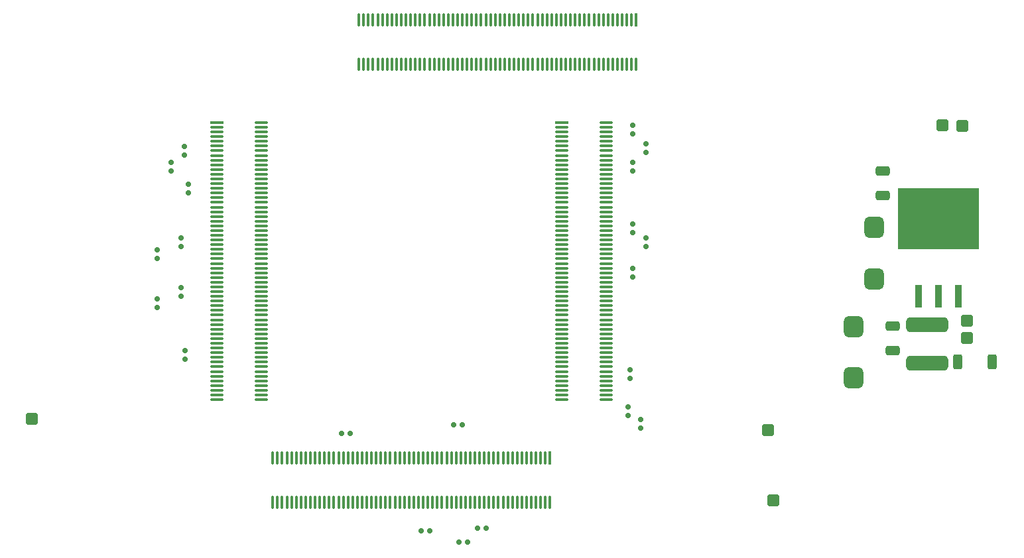
<source format=gtp>
G04*
G04 #@! TF.GenerationSoftware,Altium Limited,Altium Designer,18.0.12 (696)*
G04*
G04 Layer_Color=8421504*
%FSLAX43Y43*%
%MOMM*%
G71*
G01*
G75*
%ADD10O,0.350X1.700*%
%ADD11O,1.700X0.350*%
G04:AMPARAMS|DCode=12|XSize=0.6mm|YSize=0.65mm|CornerRadius=0.15mm|HoleSize=0mm|Usage=FLASHONLY|Rotation=90.000|XOffset=0mm|YOffset=0mm|HoleType=Round|Shape=RoundedRectangle|*
%AMROUNDEDRECTD12*
21,1,0.600,0.350,0,0,90.0*
21,1,0.300,0.650,0,0,90.0*
1,1,0.300,0.175,0.150*
1,1,0.300,0.175,-0.150*
1,1,0.300,-0.175,-0.150*
1,1,0.300,-0.175,0.150*
%
%ADD12ROUNDEDRECTD12*%
G04:AMPARAMS|DCode=13|XSize=1.5mm|YSize=1.5mm|CornerRadius=0.15mm|HoleSize=0mm|Usage=FLASHONLY|Rotation=90.000|XOffset=0mm|YOffset=0mm|HoleType=Round|Shape=RoundedRectangle|*
%AMROUNDEDRECTD13*
21,1,1.500,1.200,0,0,90.0*
21,1,1.200,1.500,0,0,90.0*
1,1,0.300,0.600,0.600*
1,1,0.300,0.600,-0.600*
1,1,0.300,-0.600,-0.600*
1,1,0.300,-0.600,0.600*
%
%ADD13ROUNDEDRECTD13*%
G04:AMPARAMS|DCode=14|XSize=1.5mm|YSize=1.5mm|CornerRadius=0.15mm|HoleSize=0mm|Usage=FLASHONLY|Rotation=0.000|XOffset=0mm|YOffset=0mm|HoleType=Round|Shape=RoundedRectangle|*
%AMROUNDEDRECTD14*
21,1,1.500,1.200,0,0,0.0*
21,1,1.200,1.500,0,0,0.0*
1,1,0.300,0.600,-0.600*
1,1,0.300,-0.600,-0.600*
1,1,0.300,-0.600,0.600*
1,1,0.300,0.600,0.600*
%
%ADD14ROUNDEDRECTD14*%
G04:AMPARAMS|DCode=15|XSize=1.2mm|YSize=1.8mm|CornerRadius=0.3mm|HoleSize=0mm|Usage=FLASHONLY|Rotation=270.000|XOffset=0mm|YOffset=0mm|HoleType=Round|Shape=RoundedRectangle|*
%AMROUNDEDRECTD15*
21,1,1.200,1.200,0,0,270.0*
21,1,0.600,1.800,0,0,270.0*
1,1,0.600,-0.600,-0.300*
1,1,0.600,-0.600,0.300*
1,1,0.600,0.600,0.300*
1,1,0.600,0.600,-0.300*
%
%ADD15ROUNDEDRECTD15*%
G04:AMPARAMS|DCode=16|XSize=2.7mm|YSize=2.5mm|CornerRadius=0.625mm|HoleSize=0mm|Usage=FLASHONLY|Rotation=270.000|XOffset=0mm|YOffset=0mm|HoleType=Round|Shape=RoundedRectangle|*
%AMROUNDEDRECTD16*
21,1,2.700,1.250,0,0,270.0*
21,1,1.450,2.500,0,0,270.0*
1,1,1.250,-0.625,-0.725*
1,1,1.250,-0.625,0.725*
1,1,1.250,0.625,0.725*
1,1,1.250,0.625,-0.725*
%
%ADD16ROUNDEDRECTD16*%
%ADD17R,10.350X7.900*%
%ADD18R,0.900X2.850*%
G04:AMPARAMS|DCode=19|XSize=5.35mm|YSize=1.9mm|CornerRadius=0.475mm|HoleSize=0mm|Usage=FLASHONLY|Rotation=180.000|XOffset=0mm|YOffset=0mm|HoleType=Round|Shape=RoundedRectangle|*
%AMROUNDEDRECTD19*
21,1,5.350,0.950,0,0,180.0*
21,1,4.400,1.900,0,0,180.0*
1,1,0.950,-2.200,0.475*
1,1,0.950,2.200,0.475*
1,1,0.950,2.200,-0.475*
1,1,0.950,-2.200,-0.475*
%
%ADD19ROUNDEDRECTD19*%
G04:AMPARAMS|DCode=20|XSize=1.9mm|YSize=1.2mm|CornerRadius=0.3mm|HoleSize=0mm|Usage=FLASHONLY|Rotation=90.000|XOffset=0mm|YOffset=0mm|HoleType=Round|Shape=RoundedRectangle|*
%AMROUNDEDRECTD20*
21,1,1.900,0.600,0,0,90.0*
21,1,1.300,1.200,0,0,90.0*
1,1,0.600,0.300,0.650*
1,1,0.600,0.300,-0.650*
1,1,0.600,-0.300,-0.650*
1,1,0.600,-0.300,0.650*
%
%ADD20ROUNDEDRECTD20*%
G04:AMPARAMS|DCode=21|XSize=0.6mm|YSize=0.65mm|CornerRadius=0.15mm|HoleSize=0mm|Usage=FLASHONLY|Rotation=0.000|XOffset=0mm|YOffset=0mm|HoleType=Round|Shape=RoundedRectangle|*
%AMROUNDEDRECTD21*
21,1,0.600,0.350,0,0,0.0*
21,1,0.300,0.650,0,0,0.0*
1,1,0.300,0.150,-0.175*
1,1,0.300,-0.150,-0.175*
1,1,0.300,-0.150,0.175*
1,1,0.300,0.150,0.175*
%
%ADD21ROUNDEDRECTD21*%
%ADD22R,1.700X0.350*%
%ADD23R,0.350X1.700*%
D10*
X56225Y7691D02*
D03*
X56825D02*
D03*
X79225Y63691D02*
D03*
X70625Y7691D02*
D03*
X71225D02*
D03*
X58025D02*
D03*
X58625D02*
D03*
X61025D02*
D03*
X61625D02*
D03*
X63425D02*
D03*
X65825D02*
D03*
X66425D02*
D03*
X73625D02*
D03*
X75425D02*
D03*
X76025D02*
D03*
X78425D02*
D03*
X53825Y13391D02*
D03*
X54425D02*
D03*
X55625D02*
D03*
X56225D02*
D03*
X62425Y63691D02*
D03*
X63025D02*
D03*
X60025D02*
D03*
X58625Y13391D02*
D03*
X59225D02*
D03*
X61025D02*
D03*
X64025D02*
D03*
X65825D02*
D03*
X70025D02*
D03*
X70625D02*
D03*
X68825D02*
D03*
X72425D02*
D03*
X73625D02*
D03*
X74825D02*
D03*
X75425D02*
D03*
X78425D02*
D03*
X74425Y63691D02*
D03*
X75025D02*
D03*
X59425D02*
D03*
X92425Y69391D02*
D03*
X91825D02*
D03*
X91225Y69391D02*
D03*
X90625Y69391D02*
D03*
X90025D02*
D03*
X89425D02*
D03*
X88825D02*
D03*
X88225Y69391D02*
D03*
X87625Y69391D02*
D03*
X87025D02*
D03*
X86425Y69391D02*
D03*
X85825Y69391D02*
D03*
X85225D02*
D03*
X84625D02*
D03*
X84025D02*
D03*
X83425D02*
D03*
X82825D02*
D03*
X82225D02*
D03*
X81625D02*
D03*
X81025D02*
D03*
X80425D02*
D03*
X79825D02*
D03*
X79225D02*
D03*
X78625D02*
D03*
X78025D02*
D03*
X77425D02*
D03*
X76825D02*
D03*
X76225D02*
D03*
X75625Y69391D02*
D03*
X75025Y69391D02*
D03*
X74425D02*
D03*
X73825Y69391D02*
D03*
X73225Y69391D02*
D03*
X72625D02*
D03*
X72025D02*
D03*
X71425D02*
D03*
X70825Y69391D02*
D03*
X70225Y69391D02*
D03*
X69625D02*
D03*
X69025Y69391D02*
D03*
X68425Y69391D02*
D03*
X67825D02*
D03*
X67225Y69391D02*
D03*
X66625Y69391D02*
D03*
X66025D02*
D03*
X65425D02*
D03*
X64825D02*
D03*
X64225D02*
D03*
X63625D02*
D03*
X63025D02*
D03*
X62425D02*
D03*
X61825D02*
D03*
X61225D02*
D03*
X60625D02*
D03*
X60025D02*
D03*
X59425D02*
D03*
X58825D02*
D03*
X58225D02*
D03*
X57625D02*
D03*
Y63691D02*
D03*
X58225D02*
D03*
X58825D02*
D03*
X60625D02*
D03*
X61225D02*
D03*
X61825D02*
D03*
X63625D02*
D03*
X64225D02*
D03*
X64825D02*
D03*
X65425D02*
D03*
X66025D02*
D03*
X66625D02*
D03*
X67225D02*
D03*
X67825D02*
D03*
X68425D02*
D03*
X69025D02*
D03*
X69625D02*
D03*
X70225D02*
D03*
X70825D02*
D03*
X71425D02*
D03*
X72025D02*
D03*
X72625D02*
D03*
X73225D02*
D03*
X73825D02*
D03*
X75625D02*
D03*
X76225D02*
D03*
X76825D02*
D03*
X77425D02*
D03*
X78025D02*
D03*
X78625D02*
D03*
X79825D02*
D03*
X80425D02*
D03*
X81025D02*
D03*
X81625D02*
D03*
X82225D02*
D03*
X82825D02*
D03*
X83425D02*
D03*
X84025D02*
D03*
X84625D02*
D03*
X85225D02*
D03*
X85825D02*
D03*
X86425D02*
D03*
X87025D02*
D03*
X87625D02*
D03*
X88225D02*
D03*
X88825D02*
D03*
X89425D02*
D03*
X90025D02*
D03*
X90625D02*
D03*
X91225D02*
D03*
X91825D02*
D03*
X92425D02*
D03*
X93025D02*
D03*
X81425Y13391D02*
D03*
X80825D02*
D03*
X80225D02*
D03*
X79625D02*
D03*
X79025D02*
D03*
X77825D02*
D03*
X77225D02*
D03*
X76625D02*
D03*
X76025D02*
D03*
X74225D02*
D03*
X73025D02*
D03*
X71825D02*
D03*
X71225D02*
D03*
X69425D02*
D03*
X68225D02*
D03*
X67625D02*
D03*
X67025D02*
D03*
X66425D02*
D03*
X65225D02*
D03*
X64625D02*
D03*
X63425D02*
D03*
X62825D02*
D03*
X62225D02*
D03*
X61625D02*
D03*
X60425D02*
D03*
X59825D02*
D03*
X58025D02*
D03*
X57425D02*
D03*
X56825D02*
D03*
X55025D02*
D03*
X53225D02*
D03*
X52625D02*
D03*
X52025D02*
D03*
X51425D02*
D03*
X50825D02*
D03*
X50225D02*
D03*
X49625D02*
D03*
X49025D02*
D03*
X48425D02*
D03*
X47825D02*
D03*
X47225D02*
D03*
X46625D02*
D03*
Y7691D02*
D03*
X47225D02*
D03*
X47825D02*
D03*
X48425D02*
D03*
X49025D02*
D03*
X49625D02*
D03*
X50225D02*
D03*
X50825D02*
D03*
X51425D02*
D03*
X52025D02*
D03*
X52625D02*
D03*
X53225D02*
D03*
X53825D02*
D03*
X54425D02*
D03*
X55025D02*
D03*
X55625D02*
D03*
X57425D02*
D03*
X59225D02*
D03*
X59825D02*
D03*
X60425D02*
D03*
X62225D02*
D03*
X62825D02*
D03*
X64025D02*
D03*
X64625D02*
D03*
X65225D02*
D03*
X67025D02*
D03*
X67625D02*
D03*
X68225D02*
D03*
X68825D02*
D03*
X69425D02*
D03*
X70025D02*
D03*
X71825D02*
D03*
X72425D02*
D03*
X73025D02*
D03*
X74225D02*
D03*
X74825D02*
D03*
X76625D02*
D03*
X77225D02*
D03*
X77825D02*
D03*
X79025D02*
D03*
X79625D02*
D03*
X80225D02*
D03*
X80825D02*
D03*
X81425D02*
D03*
X82025D02*
D03*
D11*
X83475Y52641D02*
D03*
X89175D02*
D03*
Y53241D02*
D03*
X39475Y26241D02*
D03*
Y26841D02*
D03*
Y34041D02*
D03*
Y35241D02*
D03*
Y38841D02*
D03*
Y40041D02*
D03*
Y47241D02*
D03*
Y48441D02*
D03*
Y52041D02*
D03*
Y53241D02*
D03*
X89175Y30441D02*
D03*
Y31041D02*
D03*
X45175Y33441D02*
D03*
Y34041D02*
D03*
X89175Y23241D02*
D03*
X39475Y55641D02*
D03*
Y55041D02*
D03*
Y54441D02*
D03*
Y53841D02*
D03*
Y52641D02*
D03*
X39475Y51441D02*
D03*
X39475Y50841D02*
D03*
Y50241D02*
D03*
X39475Y49641D02*
D03*
X39475Y49041D02*
D03*
Y47841D02*
D03*
Y46641D02*
D03*
Y46041D02*
D03*
Y45441D02*
D03*
Y44841D02*
D03*
Y44241D02*
D03*
Y43641D02*
D03*
Y43041D02*
D03*
Y42441D02*
D03*
Y41841D02*
D03*
Y41241D02*
D03*
Y40641D02*
D03*
Y39441D02*
D03*
Y38241D02*
D03*
Y37641D02*
D03*
Y37041D02*
D03*
Y36441D02*
D03*
Y35841D02*
D03*
Y34641D02*
D03*
Y33441D02*
D03*
Y32841D02*
D03*
Y32241D02*
D03*
Y31641D02*
D03*
Y31041D02*
D03*
Y30441D02*
D03*
Y29841D02*
D03*
Y29241D02*
D03*
Y28641D02*
D03*
Y28041D02*
D03*
X39475Y27441D02*
D03*
Y25641D02*
D03*
X39475Y25041D02*
D03*
Y24441D02*
D03*
Y23841D02*
D03*
Y23241D02*
D03*
Y22641D02*
D03*
Y22041D02*
D03*
Y21441D02*
D03*
Y20841D02*
D03*
X45175D02*
D03*
Y21441D02*
D03*
Y22041D02*
D03*
Y22641D02*
D03*
Y23241D02*
D03*
Y23841D02*
D03*
Y24441D02*
D03*
Y25041D02*
D03*
X45175Y25641D02*
D03*
X45175Y26241D02*
D03*
Y26841D02*
D03*
X45175Y27441D02*
D03*
X45175Y28041D02*
D03*
Y28641D02*
D03*
Y29241D02*
D03*
Y29841D02*
D03*
Y30441D02*
D03*
Y31041D02*
D03*
Y31641D02*
D03*
Y32241D02*
D03*
Y32841D02*
D03*
Y34641D02*
D03*
Y35241D02*
D03*
Y35841D02*
D03*
Y36441D02*
D03*
Y37041D02*
D03*
Y37641D02*
D03*
Y38241D02*
D03*
Y38841D02*
D03*
Y39441D02*
D03*
Y40041D02*
D03*
Y40641D02*
D03*
Y41241D02*
D03*
Y41841D02*
D03*
Y42441D02*
D03*
Y43041D02*
D03*
Y43641D02*
D03*
Y44241D02*
D03*
Y44841D02*
D03*
Y45441D02*
D03*
Y46041D02*
D03*
Y46641D02*
D03*
Y47241D02*
D03*
Y47841D02*
D03*
Y48441D02*
D03*
Y49041D02*
D03*
X45175Y49641D02*
D03*
X45175Y50241D02*
D03*
Y50841D02*
D03*
X45175Y51441D02*
D03*
X45175Y52041D02*
D03*
Y52641D02*
D03*
Y53241D02*
D03*
Y53841D02*
D03*
Y54441D02*
D03*
Y55041D02*
D03*
Y55641D02*
D03*
Y56241D02*
D03*
X83475Y55641D02*
D03*
Y55041D02*
D03*
Y54441D02*
D03*
Y53841D02*
D03*
Y53241D02*
D03*
Y52041D02*
D03*
Y51441D02*
D03*
Y50841D02*
D03*
Y50241D02*
D03*
Y49641D02*
D03*
Y49041D02*
D03*
Y48441D02*
D03*
Y47841D02*
D03*
Y47241D02*
D03*
Y46641D02*
D03*
Y46041D02*
D03*
Y45441D02*
D03*
Y44841D02*
D03*
Y44241D02*
D03*
Y43641D02*
D03*
Y43041D02*
D03*
Y42441D02*
D03*
Y41841D02*
D03*
Y41241D02*
D03*
Y40641D02*
D03*
Y40041D02*
D03*
Y39441D02*
D03*
Y38841D02*
D03*
Y38241D02*
D03*
Y37641D02*
D03*
Y37041D02*
D03*
Y36441D02*
D03*
Y35841D02*
D03*
Y35241D02*
D03*
Y34641D02*
D03*
Y34041D02*
D03*
Y33441D02*
D03*
Y32841D02*
D03*
Y32241D02*
D03*
Y31641D02*
D03*
Y31041D02*
D03*
Y30441D02*
D03*
Y29841D02*
D03*
Y29241D02*
D03*
Y28641D02*
D03*
Y28041D02*
D03*
Y27441D02*
D03*
Y26841D02*
D03*
Y26241D02*
D03*
Y25641D02*
D03*
Y25041D02*
D03*
Y24441D02*
D03*
Y23841D02*
D03*
Y23241D02*
D03*
Y22641D02*
D03*
Y22041D02*
D03*
Y21441D02*
D03*
Y20841D02*
D03*
X89175D02*
D03*
Y21441D02*
D03*
Y22041D02*
D03*
Y22641D02*
D03*
Y23841D02*
D03*
Y24441D02*
D03*
Y25041D02*
D03*
Y25641D02*
D03*
Y26241D02*
D03*
Y26841D02*
D03*
Y27441D02*
D03*
Y28041D02*
D03*
Y28641D02*
D03*
Y29241D02*
D03*
Y29841D02*
D03*
Y31641D02*
D03*
Y32241D02*
D03*
Y32841D02*
D03*
Y33441D02*
D03*
Y34041D02*
D03*
Y34641D02*
D03*
Y35241D02*
D03*
Y35841D02*
D03*
Y36441D02*
D03*
Y37041D02*
D03*
Y37641D02*
D03*
Y38241D02*
D03*
Y38841D02*
D03*
Y39441D02*
D03*
Y40041D02*
D03*
Y40641D02*
D03*
Y41241D02*
D03*
Y41841D02*
D03*
Y42441D02*
D03*
Y43041D02*
D03*
Y43641D02*
D03*
Y44241D02*
D03*
Y44841D02*
D03*
Y45441D02*
D03*
Y46041D02*
D03*
Y46641D02*
D03*
Y47241D02*
D03*
Y47841D02*
D03*
Y48441D02*
D03*
Y49041D02*
D03*
Y49641D02*
D03*
Y50241D02*
D03*
Y50841D02*
D03*
Y51441D02*
D03*
Y52041D02*
D03*
Y53841D02*
D03*
Y54441D02*
D03*
Y55041D02*
D03*
Y55641D02*
D03*
Y56241D02*
D03*
D12*
X92592Y42155D02*
D03*
Y43255D02*
D03*
X94234Y52409D02*
D03*
Y53509D02*
D03*
X92574Y54771D02*
D03*
Y55871D02*
D03*
X92583Y37592D02*
D03*
X31877Y32597D02*
D03*
Y33697D02*
D03*
X33655Y51138D02*
D03*
Y50038D02*
D03*
X35306Y52113D02*
D03*
Y53213D02*
D03*
X92583Y51138D02*
D03*
Y50038D02*
D03*
X35814Y48344D02*
D03*
Y47244D02*
D03*
X34925Y40386D02*
D03*
Y41486D02*
D03*
X93599Y18288D02*
D03*
Y17188D02*
D03*
X31877Y38862D02*
D03*
Y39962D02*
D03*
X91948Y19939D02*
D03*
Y18839D02*
D03*
X34925Y34079D02*
D03*
Y35179D02*
D03*
X94244Y41529D02*
D03*
Y40429D02*
D03*
X92583Y36492D02*
D03*
X35433Y26035D02*
D03*
Y27135D02*
D03*
X92252Y23580D02*
D03*
Y24680D02*
D03*
D13*
X132080Y55880D02*
D03*
X109855Y16916D02*
D03*
X15875Y18415D02*
D03*
D14*
X135280Y30886D02*
D03*
X134620Y55855D02*
D03*
X110490Y7950D02*
D03*
X135255Y28702D02*
D03*
D15*
X124460Y46939D02*
D03*
Y50039D02*
D03*
X125732Y30252D02*
D03*
Y27152D02*
D03*
D16*
X120777Y30199D02*
D03*
Y23649D02*
D03*
X123371Y42832D02*
D03*
Y36282D02*
D03*
D17*
X131639Y43934D02*
D03*
D18*
X134179Y34034D02*
D03*
X131639D02*
D03*
X129099D02*
D03*
D19*
X130175Y25465D02*
D03*
Y30415D02*
D03*
D20*
X138471Y25654D02*
D03*
X134071D02*
D03*
D21*
X65540Y4064D02*
D03*
X66640D02*
D03*
X70366Y2667D02*
D03*
X71466D02*
D03*
X72779Y4445D02*
D03*
X73879D02*
D03*
X55422Y16510D02*
D03*
X56522D02*
D03*
X69731Y17653D02*
D03*
X70831D02*
D03*
D22*
X39475Y56241D02*
D03*
X83475D02*
D03*
D23*
X93025Y69391D02*
D03*
X82025Y13391D02*
D03*
M02*

</source>
